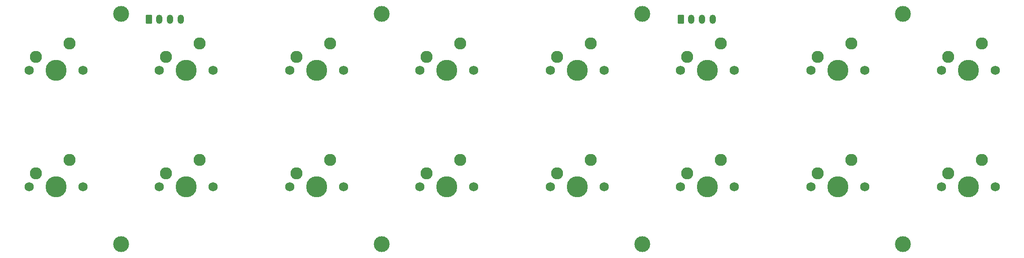
<source format=gts>
G04 #@! TF.GenerationSoftware,KiCad,Pcbnew,(6.0.7)*
G04 #@! TF.CreationDate,2023-01-14T22:54:19+05:00*
G04 #@! TF.ProjectId,2x8 Music Keyboard PCB,32783820-4d75-4736-9963-204b6579626f,1*
G04 #@! TF.SameCoordinates,Original*
G04 #@! TF.FileFunction,Soldermask,Top*
G04 #@! TF.FilePolarity,Negative*
%FSLAX46Y46*%
G04 Gerber Fmt 4.6, Leading zero omitted, Abs format (unit mm)*
G04 Created by KiCad (PCBNEW (6.0.7)) date 2023-01-14 22:54:19*
%MOMM*%
%LPD*%
G01*
G04 APERTURE LIST*
G04 Aperture macros list*
%AMRoundRect*
0 Rectangle with rounded corners*
0 $1 Rounding radius*
0 $2 $3 $4 $5 $6 $7 $8 $9 X,Y pos of 4 corners*
0 Add a 4 corners polygon primitive as box body*
4,1,4,$2,$3,$4,$5,$6,$7,$8,$9,$2,$3,0*
0 Add four circle primitives for the rounded corners*
1,1,$1+$1,$2,$3*
1,1,$1+$1,$4,$5*
1,1,$1+$1,$6,$7*
1,1,$1+$1,$8,$9*
0 Add four rect primitives between the rounded corners*
20,1,$1+$1,$2,$3,$4,$5,0*
20,1,$1+$1,$4,$5,$6,$7,0*
20,1,$1+$1,$6,$7,$8,$9,0*
20,1,$1+$1,$8,$9,$2,$3,0*%
G04 Aperture macros list end*
%ADD10C,3.000000*%
%ADD11C,3.987800*%
%ADD12C,1.750000*%
%ADD13C,2.275000*%
%ADD14RoundRect,0.250000X-0.350000X-0.625000X0.350000X-0.625000X0.350000X0.625000X-0.350000X0.625000X0*%
%ADD15O,1.200000X1.750000*%
G04 APERTURE END LIST*
D10*
G04 #@! TO.C,H7*
X125715000Y-80875000D03*
G04 #@! TD*
D11*
G04 #@! TO.C,K_14*
X187215000Y-113574995D03*
D12*
X182135000Y-113574995D03*
X192295000Y-113574995D03*
D13*
X183405000Y-111034995D03*
X189755000Y-108494995D03*
G04 #@! TD*
D12*
G04 #@! TO.C,K_5*
X157535000Y-91575000D03*
D11*
X162615000Y-91575000D03*
D12*
X167695000Y-91575000D03*
D13*
X158805000Y-89035000D03*
X165155000Y-86495000D03*
G04 #@! TD*
D12*
G04 #@! TO.C,K_12*
X132935000Y-113574995D03*
D11*
X138015000Y-113574995D03*
D12*
X143095000Y-113574995D03*
D13*
X134205000Y-111034995D03*
X140555000Y-108494995D03*
G04 #@! TD*
D11*
G04 #@! TO.C,K_9*
X64215000Y-113574995D03*
D12*
X69295000Y-113574995D03*
X59135000Y-113574995D03*
D13*
X60405000Y-111034995D03*
X66755000Y-108494995D03*
G04 #@! TD*
D10*
G04 #@! TO.C,H5*
X174915000Y-80875000D03*
G04 #@! TD*
D12*
G04 #@! TO.C,K_7*
X206735000Y-91575000D03*
X216895000Y-91575000D03*
D11*
X211815000Y-91575000D03*
D13*
X208005000Y-89035000D03*
X214355000Y-86495000D03*
G04 #@! TD*
D12*
G04 #@! TO.C,K_1*
X59135000Y-91575000D03*
X69295000Y-91575000D03*
D11*
X64215000Y-91575000D03*
D13*
X60405000Y-89035000D03*
X66755000Y-86495000D03*
G04 #@! TD*
D12*
G04 #@! TO.C,K_8*
X231335000Y-91575000D03*
X241495000Y-91575000D03*
D11*
X236415000Y-91575000D03*
D13*
X232605000Y-89035000D03*
X238955000Y-86495000D03*
G04 #@! TD*
D11*
G04 #@! TO.C,K_15*
X211815000Y-113574995D03*
D12*
X206735000Y-113574995D03*
X216895000Y-113574995D03*
D13*
X208005000Y-111034995D03*
X214355000Y-108494995D03*
G04 #@! TD*
D12*
G04 #@! TO.C,K_6*
X182135000Y-91575000D03*
D11*
X187215000Y-91575000D03*
D12*
X192295000Y-91575000D03*
D13*
X183405000Y-89035000D03*
X189755000Y-86495000D03*
G04 #@! TD*
D12*
G04 #@! TO.C,K_2*
X83735000Y-91575000D03*
D11*
X88815000Y-91575000D03*
D12*
X93895000Y-91575000D03*
D13*
X85005000Y-89035000D03*
X91355000Y-86495000D03*
G04 #@! TD*
D12*
G04 #@! TO.C,K_3*
X118495000Y-91575000D03*
X108335000Y-91575000D03*
D11*
X113415000Y-91575000D03*
D13*
X109605000Y-89035000D03*
X115955000Y-86495000D03*
G04 #@! TD*
D12*
G04 #@! TO.C,K_11*
X118495000Y-113574995D03*
D11*
X113415000Y-113574995D03*
D12*
X108335000Y-113574995D03*
D13*
X109605000Y-111034995D03*
X115955000Y-108494995D03*
G04 #@! TD*
D10*
G04 #@! TO.C,H6*
X224115000Y-80875000D03*
G04 #@! TD*
D12*
G04 #@! TO.C,K_13*
X167695000Y-113574995D03*
X157535000Y-113574995D03*
D11*
X162615000Y-113574995D03*
D13*
X158805000Y-111034995D03*
X165155000Y-108494995D03*
G04 #@! TD*
D10*
G04 #@! TO.C,H8*
X76515000Y-80875000D03*
G04 #@! TD*
D12*
G04 #@! TO.C,K_4*
X132935000Y-91575000D03*
X143095000Y-91575000D03*
D11*
X138015000Y-91575000D03*
D13*
X134205000Y-89035000D03*
X140555000Y-86495000D03*
G04 #@! TD*
D11*
G04 #@! TO.C,K_16*
X236415000Y-113574995D03*
D12*
X241495000Y-113574995D03*
X231335000Y-113574995D03*
D13*
X232605000Y-111034995D03*
X238955000Y-108494995D03*
G04 #@! TD*
D11*
G04 #@! TO.C,K_10*
X88815000Y-113574995D03*
D12*
X93895000Y-113574995D03*
X83735000Y-113574995D03*
D13*
X85005000Y-111034995D03*
X91355000Y-108494995D03*
G04 #@! TD*
D10*
G04 #@! TO.C,H1*
X125715000Y-124375005D03*
G04 #@! TD*
D14*
G04 #@! TO.C,J3*
X182155000Y-81875000D03*
D15*
X184155000Y-81875000D03*
X186155000Y-81875000D03*
X188155000Y-81875000D03*
G04 #@! TD*
D14*
G04 #@! TO.C,J5*
X81755000Y-81875000D03*
D15*
X83755000Y-81875000D03*
X85755000Y-81875000D03*
X87755000Y-81875000D03*
G04 #@! TD*
D10*
G04 #@! TO.C,H4*
X76515000Y-124375005D03*
G04 #@! TD*
G04 #@! TO.C,H2*
X224115000Y-124375005D03*
G04 #@! TD*
G04 #@! TO.C,H3*
X174915000Y-124375005D03*
G04 #@! TD*
M02*

</source>
